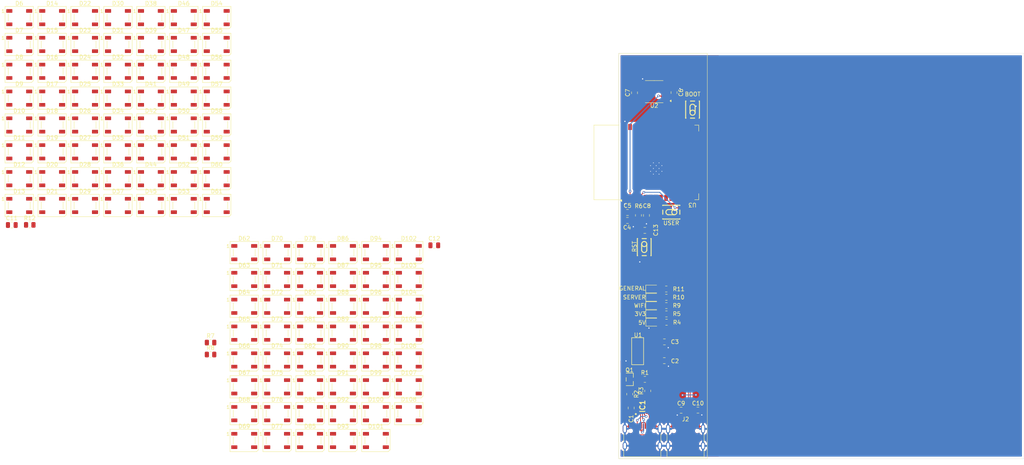
<source format=kicad_pcb>
(kicad_pcb (version 20241229) (generator "pcbnew") (generator_version "9.0")
  (layers (0 "F.Cu" signal) (2 "B.Cu" signal) (13 "F.Paste" user) (15 "B.Paste" user) (5 "F.SilkS" user "F.Silkscreen") (7 "B.SilkS" user "B.Silkscreen") (1 "F.Mask" user) (3 "B.Mask" user) (25 "Edge.Cuts" user))
  (net 0 "")
  (net 1 "Net-(IC1-VIN)")
  (net 2 "Net-(Q1-Bulk)")
  (net 3 "+5V")
  (net 4 "GND")
  (net 5 "+3V3")
  (net 6 "/Micrcontroller/USB_D-")
  (net 7 "/Micrcontroller/USB_D+")
  (net 8 "Net-(D1-A)")
  (net 9 "Net-(D2-A)")
  (net 10 "Net-(D3-A)")
  (net 11 "Net-(D4-A)")
  (net 12 "Net-(D5-A)")
  (net 13 "Net-(D6-DOUT)")
  (net 14 "Net-(D10-VSS)")
  (net 15 "Net-(D6-DIN)")
  (net 16 "Net-(D7-DOUT)")
  (net 17 "Net-(D8-DOUT)")
  (net 18 "Net-(D10-DIN)")
  (net 19 "Net-(D10-DOUT)")
  (net 20 "Net-(D11-DOUT)")
  (net 21 "Net-(D12-DOUT)")
  (net 22 "Net-(D13-DOUT)")
  (net 23 "Net-(D14-DOUT)")
  (net 24 "Net-(D15-DOUT)")
  (net 25 "Net-(D16-DOUT)")
  (net 26 "Net-(D17-DOUT)")
  (net 27 "Net-(D18-DOUT)")
  (net 28 "Net-(D19-DOUT)")
  (net 29 "Net-(D20-DOUT)")
  (net 30 "Net-(D21-DOUT)")
  (net 31 "Net-(D22-DOUT)")
  (net 32 "Net-(D23-DOUT)")
  (net 33 "Net-(D24-DOUT)")
  (net 34 "Net-(D25-DOUT)")
  (net 35 "Net-(D26-DOUT)")
  (net 36 "Net-(D27-DOUT)")
  (net 37 "Net-(D28-DOUT)")
  (net 38 "Net-(D29-DOUT)")
  (net 39 "Net-(D30-DOUT)")
  (net 40 "Net-(D31-DOUT)")
  (net 41 "Net-(D32-DOUT)")
  (net 42 "Net-(D33-DOUT)")
  (net 43 "Net-(D34-DOUT)")
  (net 44 "Net-(D35-DOUT)")
  (net 45 "Net-(D36-DOUT)")
  (net 46 "Net-(D37-DOUT)")
  (net 47 "Net-(D38-DOUT)")
  (net 48 "Net-(D39-DOUT)")
  (net 49 "Net-(D40-DOUT)")
  (net 50 "Net-(D41-DOUT)")
  (net 51 "Net-(D42-DOUT)")
  (net 52 "Net-(D43-DOUT)")
  (net 53 "Net-(D44-DOUT)")
  (net 54 "Net-(D45-DOUT)")
  (net 55 "Net-(D46-DOUT)")
  (net 56 "Net-(D47-DOUT)")
  (net 57 "Net-(D48-DOUT)")
  (net 58 "Net-(D49-DOUT)")
  (net 59 "Net-(D50-DOUT)")
  (net 60 "Net-(D51-DOUT)")
  (net 61 "Net-(D52-DOUT)")
  (net 62 "Net-(D53-DOUT)")
  (net 63 "Net-(D54-DOUT)")
  (net 64 "Net-(D55-DOUT)")
  (net 65 "Net-(D56-DOUT)")
  (net 66 "Net-(D57-DOUT)")
  (net 67 "Net-(D58-DOUT)")
  (net 68 "Net-(D59-DOUT)")
  (net 69 "Net-(D60-DOUT)")
  (net 70 "NEOPIXELS_SHIFTED_PG2")
  (net 71 "Net-(D62-DOUT)")
  (net 72 "Net-(D63-DOUT)")
  (net 73 "Net-(D64-DOUT)")
  (net 74 "Net-(D66-DOUT)")
  (net 75 "Net-(D67-DOUT)")
  (net 76 "Net-(D68-DOUT)")
  (net 77 "Net-(D69-DOUT)")
  (net 80 "Net-(D71-DOUT)")
  (net 81 "Net-(D72-DOUT)")
  (net 82 "Net-(D73-DOUT)")
  (net 83 "Net-(D74-DOUT)")
  (net 84 "Net-(D75-DOUT)")
  (net 87 "Net-(D77-DOUT)")
  (net 88 "Net-(D78-DOUT)")
  (net 89 "Net-(D79-DOUT)")
  (net 90 "Net-(D80-DOUT)")
  (net 92 "Net-(D82-DOUT)")
  (net 94 "Net-(D83-DOUT)")
  (net 95 "Net-(D84-DOUT)")
  (net 96 "Net-(D85-DOUT)")
  (net 99 "Net-(D87-DOUT)")
  (net 100 "Net-(D88-DOUT)")
  (net 101 "Net-(D89-DOUT)")
  (net 102 "Net-(D90-DOUT)")
  (net 104 "Net-(D92-DOUT)")
  (net 106 "Net-(D93-DOUT)")
  (net 107 "Net-(D94-DOUT)")
  (net 108 "Net-(D95-DOUT)")
  (net 109 "Net-(D96-DOUT)")
  (net 110 "Net-(D97-DOUT)")
  (net 111 "Net-(D98-DOUT)")
  (net 112 "Net-(D100-DIN)")
  (net 113 "Net-(D100-DOUT)")
  (net 114 "Net-(D101-DOUT)")
  (net 115 "Net-(D102-DOUT)")
  (net 116 "Net-(D103-DOUT)")
  (net 117 "Net-(D104-DOUT)")
  (net 118 "Net-(D105-DOUT)")
  (net 119 "Net-(D106-DOUT)")
  (net 120 "Net-(D107-DOUT)")
  (net 122 "Net-(IC1-ISET)")
  (net 124 "Net-(IC1-GATE)")
  (net 125 "Net-(IC1-CC1)")
  (net 126 "Net-(IC1-CC2)")
  (net 130 "Net-(J2-CC2)")
  (net 133 "Net-(J2-CC1)")
  (net 134 "Net-(Q1-G)")
  (net 135 "/Micrcontroller/WIFI_STATUS_LED")
  (net 136 "/Micrcontroller/SERVER_STATUS_LED")
  (net 137 "/Micrcontroller/GENERAL_STATUS_LED")
  (net 138 "NEOPIXELS_SHIFTED")
  (net 139 "Net-(U3-IO0)")
  (net 140 "/Micrcontroller/USER_BUTTON")
  (net 150 "/Micrcontroller/NEOPIXELS")
  (net 180 "Net-(IC1-D-)")
  (net 181 "Net-(IC1-D+)")
  (net 182 "/Micrcontroller/EN")
  (footprint "LED_SMD:LED_WS2812B_PLCC4_5.0x5.0mm_P3.2mm" (layer "F.Cu") (at -77.99 20.28)
    (property "Reference" "D31")
    (property "Value" "WS2812B")
  )
  (footprint "LED_SMD:LED_WS2812B_PLCC4_5.0x5.0mm_P3.2mm" (layer "F.Cu") (at -46.85 71.63)
    (property "Reference" "D62")
    (property "Value" "WS2812B")
  )
  (footprint "LED_SMD:LED_WS2812B_PLCC4_5.0x5.0mm_P3.2mm" (layer "F.Cu") (at -61.75 20.28)
    (property "Reference" "D47")
    (property "Value" "WS2812B")
  )
  (footprint "Resistor_SMD:R_0805_2012Metric" (layer "F.Cu") (at -55.155 93.815)
    (property "Reference" "R7")
    (property "Value" "5.1k")
  )
  (footprint "LED_SMD:LED_WS2812B_PLCC4_5.0x5.0mm_P3.2mm" (layer "F.Cu") (at -86.11 46.76)
    (property "Reference" "D27")
    (property "Value" "WS2812B")
  )
  (footprint "LED_SMD:LED_WS2812B_PLCC4_5.0x5.0mm_P3.2mm" (layer "F.Cu") (at -22.49 117.97)
    (property "Reference" "D93")
    (property "Value" "WS2812B")
  )
  (footprint "LED_SMD:LED_WS2812B_PLCC4_5.0x5.0mm_P3.2mm" (layer "F.Cu") (at -30.61 104.73)
    (property "Reference" "D83")
    (property "Value" "WS2812B")
  )
  (footprint "LED_SMD:LED_WS2812B_PLCC4_5.0x5.0mm_P3.2mm" (layer "F.Cu") (at -61.75 40.14)
    (property "Reference" "D50")
    (property "Value" "WS2812B")
  )
  (footprint "Capacitor_SMD:C_0805_2012Metric" (layer "F.Cu") (at 65.075 110.475)
    (property "Reference" "C10")
    (property "Value" "C")
  )
  (footprint "LED_SMD:LED_WS2812B_PLCC4_5.0x5.0mm_P3.2mm" (layer "F.Cu") (at -22.49 98.11)
    (property "Reference" "D90")
    (property "Value" "WS2812B")
  )
  (footprint "Resistor_SMD:R_0805_2012Metric" (layer "F.Cu") (at -55.155 96.765)
    (property "Reference" "R8")
    (property "Value" "5.1k")
  )
  (footprint "LED_SMD:LED_WS2812B_PLCC4_5.0x5.0mm_P3.2mm" (layer "F.Cu") (at -94.23 26.9)
    (property "Reference" "D16")
    (property "Value" "WS2812B")
  )
  (footprint "Connector_USB:USB_C_Receptacle_G-Switch_GT-USB-7010ASV" (layer "F.Cu") (at 51.35 118.2)
    (property "Reference" "J1" (hide yes))
    (property "Value" "USB_C_Receptacle_USB2.0_14P")
  )
  (footprint "LED_SMD:LED_WS2812B_PLCC4_5.0x5.0mm_P3.2mm" (layer "F.Cu") (at -30.61 98.11)
    (property "Reference" "D82")
    (property "Value" "WS2812B")
  )
  (footprint "Connector_USB:USB_C_Receptacle_G-Switch_GT-USB-7010ASV" (layer "F.Cu") (at 62.02 118.225)
    (property "Reference" "J2")
    (property "Value" "USB_C_Receptacle_USB2.0_14P")
  )
  (footprint "LED_SMD:LED_WS2812B_PLCC4_5.0x5.0mm_P3.2mm" (layer "F.Cu") (at -86.11 20.28)
    (property "Reference" "D23")
    (property "Value" "WS2812B")
  )
  (footprint "LED_SMD:LED_WS2812B_PLCC4_5.0x5.0mm_P3.2mm" (layer "F.Cu") (at -53.63 53.38)
    (property "Reference" "D60")
    (property "Value" "WS2812B")
  )
  (footprint "LED_SMD:LED_WS2812B_PLCC4_5.0x5.0mm_P3.2mm" (layer "F.Cu") (at -61.75 46.76)
    (property "Reference" "D51")
    (property "Value" "WS2812B")
  )
  (footprint "LED_SMD:LED_WS2812B_PLCC4_5.0x5.0mm_P3.2mm" (layer "F.Cu") (at -86.11 40.14)
    (property "Reference" "D26")
    (property "Value" "WS2812B")
  )
  (footprint "Capacitor_SMD:C_0805_2012Metric" (layer "F.Cu") (at 56.775 98.275)
    (property "Reference" "C2")
    (property "Value" "10uF" (hide yes))
  )
  (footprint "LED_SMD:LED_WS2812B_PLCC4_5.0x5.0mm_P3.2mm" (layer "F.Cu") (at -53.63 40.14)
    (property "Reference" "D58")
    (property "Value" "WS2812B")
  )
  (footprint "LED_SMD:LED_WS2812B_PLCC4_5.0x5.0mm_P3.2mm" (layer "F.Cu") (at -22.49 104.73)
    (property "Reference" "D91")
    (property "Value" "WS2812B")
  )
  (footprint "LCSC:SW-SMD_4P-L4.2-W3.3-P2.15-LS5.1" (layer "F.Cu") (at 63.745 36.35 -90)
    (property "Reference" "BOOT")
    (property "Value" "SW_Push" (hide yes))
  )
  (footprint "LED_SMD:LED_WS2812B_PLCC4_5.0x5.0mm_P3.2mm" (layer "F.Cu") (at -6.25 98.11)
    (property "Reference" "D106")
    (property "Value" "WS2812B")
  )
  (footprint "LED_SMD:LED_WS2812B_PLCC4_5.0x5.0mm_P3.2mm" (layer "F.Cu") (at -53.63 26.9)
    (property "Reference" "D56")
    (property "Value" "WS2812B")
  )
  (footprint "LED_SMD:LED_WS2812B_PLCC4_5.0x5.0mm_P3.2mm" (layer "F.Cu") (at -14.37 91.49)
    (property "Reference" "D97")
    (property "Value" "WS2812B")
  )
  (footprint "Resistor_SMD:R_0805_2012Metric" (layer "F.Cu") (at 57.2625 80.6 180)
    (property "Reference" "R11")
    (property "Value" "60" (hide yes))
  )
  (footprint "LED_SMD:LED_WS2812B_PLCC4_5.0x5.0mm_P3.2mm" (layer "F.Cu") (at -94.23 60)
    (property "Reference" "D21")
    (property "Value" "WS2812B")
  )
  (footprint "LED_SMD:LED_WS2812B_PLCC4_5.0x5.0mm_P3.2mm" (layer "F.Cu") (at -61.75 33.52)
    (property "Reference" "D49")
    (property "Value" "WS2812B")
  )
  (footprint "LED_SMD:LED_WS2812B_PLCC4_5.0x5.0mm_P3.2mm" (layer "F.Cu") (at -46.85 111.35)
    (property "Reference" "D68")
    (property "Value" "WS2812B")
  )
  (footprint "LED_SMD:LED_WS2812B_PLCC4_5.0x5.0mm_P3.2mm" (layer "F.Cu") (at -102.35 26.9)
    (property "Reference" "D8")
    (property "Value" "WS2812B")
  )
  (footprint "LED_SMD:LED_WS2812B_PLCC4_5.0x5.0mm_P3.2mm" (layer "F.Cu") (at -94.23 13.66)
    (property "Reference" "D14")
    (property "Value" "WS2812B")
  )
  (footprint "LED_SMD:LED_0805_2012Metric" (layer "F.Cu") (at 53.9 82.65)
    (property "Reference" "SERVER")
    (property "Value" "RED" (hide yes))
  )
  (footprint "Capacitor_SMD:C_0805_2012Metric" (layer "F.Cu") (at 47.7 61.725)
    (property "Reference" "C5")
    (property "Value" "0.1uF" (hide yes))
  )
  (footprint "LED_SMD:LED_WS2812B_PLCC4_5.0x5.0mm_P3.2mm" (layer "F.Cu") (at -14.37 104.73)
    (property "Reference" "D99")
    (property "Value" "WS2812B")
  )
  (footprint "Resistor_SMD:R_0805_2012Metric" (layer "F.Cu") (at 57.3 86.75 180)
    (property "Reference" "R5")
    (property "Value" "60" (hide yes))
  )
  (footprint "LED_SMD:LED_0805_2012Metric" (layer "F.Cu") (at 53.8875 80.6)
    (property "Reference" "GENERAL")
    (property "Value" "RED" (hide yes))
  )
  (footprint "LED_SMD:LED_WS2812B_PLCC4_5.0x5.0mm_P3.2mm" (layer "F.Cu") (at -46.85 91.49)
    (property "Reference" "D65")
    (property "Value" "WS2812B")
  )
  (footprint "LED_SMD:LED_WS2812B_PLCC4_5.0x5.0mm_P3.2mm" (layer "F.Cu") (at -102.35 46.76)
    (property "Reference" "D11")
    (property "Value" "WS2812B")
  )
  (footprint "LED_SMD:LED_WS2812B_PLCC4_5.0x5.0mm_P3.2mm" (layer "F.Cu") (at -69.87 33.52)
    (property "Reference" "D41")
    (property "Value" "WS2812B")
  )
  (footprint "LED_SMD:LED_WS2812B_PLCC4_5.0x5.0mm_P3.2mm" (layer "F.Cu") (at -69.87 26.9)
    (property "Reference" "D40")
    (property "Value" "WS2812B")
  )
  (footprint "LED_SMD:LED_WS2812B_PLCC4_5.0x5.0mm_P3.2mm" (layer "F.Cu") (at -38.73 71.63)
    (property "Reference" "D70")
    (property "Value" "WS2812B")
  )
  (footprint "LED_SMD:LED_WS2812B_PLCC4_5.0x5.0mm_P3.2mm" (layer "F.Cu") (at -6.25 104.73)
    (property "Reference" "D107")
    (property "Value" "WS2812B")
  )
  (footprint "LED_SMD:LED_WS2812B_PLCC4_5.0x5.0mm_P3.2mm" (layer "F.Cu") (at -22.49 91.49)
    (property "Reference" "D89")
    (property "Value" "WS2812B")
  )
  (footprint "LCSC:SOT-223-3_L6.5-W3.4-P2.30-LS7.0-BR" (layer "F.Cu") (at 50.3 95.95)
    (property "Reference" "U1")
    (property "Value" "SED5120")
  )
  (footprint "LED_SMD:LED_WS2812B_PLCC4_5.0x5.0mm_P3.2mm" (layer "F.Cu") (at -86.11 13.66)
    (property "Reference" "D22")
    (property "Value" "WS2812B")
  )
  (footprint "Package_SO:TSSOP-16_4.4x5mm_P0.65mm" (layer "F.Cu") (at 54.2875 31.925 180)
    (property "Reference" "U2")
    (property "Value" "TXB0106PW" (hide yes))
  )
  (footprint "LED_SMD:LED_WS2812B_PLCC4_5.0x5.0mm_P3.2mm" (layer "F.Cu") (at -46.85 98.11)
    (property "Reference" "D66")
    (property "Value" "WS2812B")
  )
  (footprint "LED_SMD:LED_WS2812B_PLCC4_5.0x5.0mm_P3.2mm" (layer "F.Cu") (at -53.63 46.76)
    (property "Reference" "D59")
    (property "Value" "WS2812B")
  )
  (footprint "LED_SMD:LED_WS2812B_PLCC4_5.0x5.0mm_P3.2mm" (layer "F.Cu") (at -61.75 26.9)
    (property "Reference" "D48")
    (property "Value" "WS2812B")
  )
  (footprint "LED_SMD:LED_0805_2012Metric" (layer "F.Cu") (at 53.9 86.75)
    (property "Reference" "3V3")
    (property "Value" "RED" (hide yes))
  )
  (footprint "Resistor_SMD:R_0805_2012Metric" (layer "F.Cu") (at 57.2875 82.65 180)
    (property "Reference" "R10")
    (property "Value" "60" (hide yes))
  )
  (footprint "Resistor_SMD:R_0805_2012Metric" (layer "F.Cu") (at 50.4 62.4375 90)
    (property "Reference" "R6")
    (property "Value" "10k" (hide yes))
  )
  (footprint "LED_SMD:LED_WS2812B_PLCC4_5.0x5.0mm_P3.2mm" (layer "F.Cu") (at -46.85 117.97)
    (property "Reference" "D69")
    (property "Value" "WS2812B")
  )
  (footprint "LED_SMD:LED_WS2812B_PLCC4_5.0x5.0mm_P3.2mm" (layer "F.Cu") (at -22.49 71.63)
    (property "Reference" "D86")
    (property "Value" "WS2812B")
  )
  (footprint "Resistor_SMD:R_0805_2012Metric" (layer "F.Cu") (at -99.755 64.785)
    (property "Reference" "R12")
    (property "Value" "500")
  )
  (footprint "LED_SMD:LED_WS2812B_PLCC4_5.0x5.0mm_P3.2mm" (layer "F.Cu") (at -30.61 78.25)
    (property "Reference" "D79")
    (property "Value" "WS2812B")
  )
  (footprint "LCSC:SW-SMD_4P-L4.2-W3.3-P2.15-LS5.1" (layer "F.Cu") (at 58.5 61.65)
    (property "Reference" "USER")
    (property "Value" "SW_Push" (hide yes))
  )
  (footprint "LED_SMD:LED_WS2812B_PLCC4_5.0x5.0mm_P3.2mm" (layer "F.Cu") (at -14.37 84.87)
    (property "Reference" "D96")
    (property "Value" "WS2812B")
  )
  (footprint "LED_SMD:LED_WS2812B_PLCC4_5.0x5.0mm_P3.2mm" (layer "F.Cu") (at -22.49 84.87)
    (property "Reference" "D88")
    (property "Value" "WS2812B")
  )
  (footprint "LED_SMD:LED_WS2812B_PLCC4_5.0x5.0mm_P3.2mm" (layer "F.Cu") (at -38.73 91.49)
    (property "Reference" "D73")
    (property "Value" "WS2812B")
  )
  (footprint "Capacitor_SMD:C_0805_2012Metric" (layer "F.Cu") (at 51.975 66.15)
    (property "Reference" "C13")
    (property "Value" "0.1uF" (hide yes))
  )
  (footprint "LED_SMD:LED_WS2812B_PLCC4_5.0x5.0mm_P3.2mm" (layer "F.Cu") (at -30.61 84.87)
    (property "Reference" "D80")
    (property "Value" "WS2812B")
  )
  (footprint "LED_SMD:LED_WS2812B_PLCC4_5.0x5.0mm_P3.2mm" (layer "F.Cu") (at -53.63 20.28)
    (property "Reference" "D55")
    (property "Value" "WS2812B")
  )
  (footprint "LED_SMD:LED_WS2812B_PLCC4_5.0x5.0mm_P3.2mm" (layer "F.Cu") (at -69.87 13.66)
    (property "Reference" "D38")
    (property "Value" "WS2812B")
  )
  (footprint "LED_SMD:LED_WS2812B_PLCC4_5.0x5.0mm_P3.2mm" (layer "F.Cu") (at -22.49 111.35)
    (property "Reference" "D92")
    (property "Value" "WS2812B")
  )
  (footprint "LED_SMD:LED_WS2812B_PLCC4_5.0x5.0mm_P3.2mm" (layer "F.Cu") (at -38.73 117.97)
    (property "Reference" "D77")
    (property "Value" "WS2812B")
  )
  (footprint "LED_SMD:LED_WS2812B_PLCC4_5.0x5.0mm_P3.2mm" (layer "F.Cu") (at -30.61 91.49)
    (property "Reference" "D81")
    (property "Value" "WS2812B")
  )
  (footprint "Capacitor_SMD:C_0805_2012Metric" (layer "F.Cu") (at 52.375 62.45 -90)
    (property "Reference" "C8")
    (property "Value" "1uF" (hide yes))
  )
  (footprint "LED_SMD:LED_WS2812B_PLCC4_5.0x5.0mm_P3.2mm" (layer "F.Cu") (at -14.37 117.97)
    (property "Reference" "D101")
    (property "Value" "WS2812B")
  )
  (footprint "Capacitor_SMD:C_0805_2012Metric" (layer "F.Cu") (at 47.675 63.7)
    (property "Reference" "C4")
    (property "Value" "22uF" (hide yes))
  )
  (footprint "LED_SMD:LED_WS2812B_PLCC4_5.0x5.0mm_P3.2mm" (layer "F.Cu") (at -102.35 40.14)
    (property "Reference" "D10")
    (property "Value" "WS2812B")
  )
  (footprint "LED_SMD:LED_WS2812B_PLCC4_5.0x5.0mm_P3.2mm" (layer "F.Cu") (at -14.37 71.63)
    (property "Reference" "D94")
    (property "Value" "WS2812B")
  )
  (footprint "LED_SMD:LED_WS2812B_PLCC4_5.0x5.0mm_P3.2mm" (layer "F.Cu") (at -69.87 46.76)
    (property "Reference" "D43")
    (property "Value" "WS2812B")
  )
  (footprint "LED_SMD:LED_WS2812B_PLCC4_5.0x5.0mm_P3.2mm" (layer "F.Cu") (at -38.73 84.87)
    (property "Reference" "D72")
    (property "Value" "WS2812B")
  )
  (footprint "LED_SMD:LED_WS2812B_PLCC4_5.0x5.0mm_P3.2mm" (layer "F.Cu") (at -14.37 78.25)
    (property "Reference" "D95")
    (property "Value" "WS2812B")
  )
  (footprint "LED_SMD:LED_WS2812B_PLCC4_5.0x5.0mm_P3.2mm" (layer "F.Cu") (at -14.37 111.35)
    (property "Reference" "D100")
    (property "Value" "WS2812B")
  )
  (footprint "LED_SMD:LED_WS2812B_PLCC4_5.0x5.0mm_P3.2mm" (layer "F.Cu") (at -69.87 40.14)
    (property "Reference" "D42")
    (property "Value" "WS2812B")
  )
  (footprint "Resistor_SMD:R_0805_2012Metric" (layer "F.Cu") (at 48.25 106.5375 -90)
    (property "Reference" "R2")
    (property "Value" "5.1k" (hide yes))
  )
  (footprint "LED_SMD:LED_WS2812B_PLCC4_5.0x5.0mm_P3.2mm" (layer "F.Cu") (at -38.73 111.35)
    (property "Reference" "D76")
    (property "Value" "WS2812B")
  )
  (footprint "LED_SMD:LED_WS2812B_PLCC4_5.0x5.0mm_P3.2mm" (layer "F.Cu") (at -77.99 26.9)
    (property "Reference" "D32")
    (property "Value" "WS2812B")
  )
  (footprint "LED_SMD:LED_WS2812B_PLCC4_5.0x5.0mm_P3.2mm" (layer "F.Cu") (at -102.35 53.38)
    (property "Reference" "D12")
    (property "Value" "WS2812B")
  )
  (footprint "LED_SMD:LED_WS2812B_PLCC4_5.0x5.0mm_P3.2mm" (layer "F.Cu") (at -69.87 53.38)
    (property "Reference" "D44")
    (property "Value" "WS2812B")
  )
  (footprint "LED_SMD:LED_WS2812B_PLCC4_5.0x5.0mm_P3.2mm" (layer "F.Cu") (at -94.23 20.28)
    (property "Reference" "D15")
    (property "Value" "WS2812B")
  )
  (footprint "LED_SMD:LED_WS2812B_PLCC4_5.0x5.0mm_P3.2mm" (layer "F.Cu") (at -46.85 104.73)
    (property "Reference" "D67")
    (property "Value" "WS2812B")
  )
  (footprint "LED_SMD:LED_WS2812B_PLCC4_5.0x5.0mm_P3.2mm" (layer "F.Cu") (at -46.85 78.25)
    (property "Reference" "D63")
    (property "Value" "WS2812B")
  )
  (footprint "Capacitor_SMD:C_0805_2012Metric" (layer "F.Cu") (at -104.185 64.815)
    (property "Reference" "C11")
    (property "Value" "1000uF")
  )
  (footprint "LED_SMD:LED_WS2812B_PLCC4_5.0x5.0mm_P3.2mm" (layer "F.Cu") (at -53.63 33.52)
    (property "Reference" "D57")
    (property "Value" "WS2812B")
  )
  (footprint "LCSC:SW-SMD_4P-L4.2-W3.3-P2.15-LS5.1" (layer "F.Cu") (at 51.825 70.275 90)
    (property "Reference" "RST")
    (property "Value" "SW_Push" (hide yes))
  )
  (footprint "Capacitor_SMD:C_0805_2012Metric" (layer "F.Cu") (at 59.175 32.15 90)
    (property "Reference" "C6")
    (property "Value" "0.1uF" (hide yes))
  )
  (footprint "LED_SMD:LED_WS2812B_PLCC4_5.0x5.0mm_P3.2mm" (layer "F.Cu") (at -77.99 40.14)
    (property "Reference" "D34")
    (property "Value" "WS2812B")
  )
  (footprint "LED_SMD:LED_WS2812B_PLCC4_5.0x5.0mm_P3.2mm" (layer "F.Cu") (at -102.35 13.66)
    (property "Reference" "D6")
    (property "Value" "WS2812B")
  )
  (footprint "LED_SMD:LED_WS2812B_PLCC4_5.0x5.0mm_P3.2mm" (layer "F.Cu") (at -94.23 53.38)
    (property "Reference" "D20")
    (property "Value" "WS2812B")
  )
  (footprint "LED_SMD:LED_WS2812B_PLCC4_5.0x5.0mm_P3.2mm" (layer "F.Cu") (at -86.11 33.52)
    (property "Reference" "D25")
    (property "Value" "WS2812B")
  )
  (footprint "LED_SMD:LED_WS2812B_PLCC4_5.0x5.0mm_P3.2mm" (layer "F.Cu") (at -61.75 53.38)
    (property "Reference" "D52")
    (property "Value" "WS2812B")
  )
  (footprint "Resistor_SMD:R_0805_2012Metric" (layer "F.Cu") (at 52.7 105.7375 90)
    (property "Reference" "R3")
    (property "Value" "22.6k" (hide yes))
  )
  (footprint "LED_SMD:LED_WS2812B_PLCC4_5.0x5.0mm_P3.2mm" (layer "F.Cu") (at -102.35 20.28)
    (property "Reference" "D7")
    (property "Value" "WS2812B")
  )
  (footprint "LED_SMD:LED_WS2812B_PLCC4_5.0x5.0mm_P3.2mm" (layer "F.Cu") (at -77.99 13.66)
    (property "Reference" "D30")
    (property "Value" "WS2812B")
  )
  (footprint "Resistor_SMD:R_0805_2012Metric" (layer "F.Cu") (at 57.325 88.8 180)
    (property "Reference" "R4")
    (property "Value" "145" (hide yes))
  )
  (footprint "LED_SMD:LED_0805_2012Metric" (layer "F.Cu") (at 53.925 88.8)
    (property "Reference" "5V")
    (property "Value" "RED" (hide yes))
  )
  (footprint "LED_SMD:LED_WS2812B_PLCC4_5.0x5.0mm_P3.2mm" (layer "F.Cu") (at -61.75 60)
    (property "Reference" "D53")
    (property "Value" "WS2812B")
  )
  (footprint "LED_SMD:LED_WS2812B_PLCC4_5.0x5.0mm_P3.2mm" (layer "F.Cu") (at -61.75 13.66)
    (property "Reference" "D46")
    (property "Value" "WS2812B")
  )
  (footprint "LED_SMD:LED_WS2812B_PLCC4_5.0x5.0mm_P3.2mm" (layer "F.Cu") (at -77.99 33.52)
    (property "Reference" "D33")
    (property "Value" "WS2812B")
  )
  (footprint "LED_SMD:LED_WS2812B_PLCC4_5.0x5.0mm_P3.2mm" (layer "F.Cu") (at -14.37 98.11)
    (property "Reference" "D98")
    (property "Value" "WS2812B")
  )
  (footprint "LED_SMD:LED_WS2812B_PLCC4_5.0x5.0mm_P3.2mm" (layer "F.Cu") (at -22.49 78.25)
    (property "Reference" "D87")
    (property "Value" "WS2812B")
  )
  (footprint "Capacitor_SMD:C_0805_2012Metric" (layer "F.Cu") (at 56.8 93.65)
    (property "Reference" "C3")
    (property "Value" "10uF" (hide yes))
  )
  (footprint "Resistor_SMD:R_0805_2012Metric" (layer "F.Cu") (at 51.9875 102.9)
    (property "Reference" "R1")
    (property "Value" "R" (hide yes))
  )
  (footprint "LED_SMD:LED_WS2812B_PLCC4_5.0x5.0mm_P3.2mm" (layer "F.Cu") (at -6.25 71.63)
    (property "Reference" "D102")
    (property "Value" "WS2812B")
  )
  (footprint "LED_SMD:LED_WS2812B_PLCC4_5.0x5.0mm_P3.2mm" (layer "F.Cu") (at -102.35 60)
    (property "Reference" "D13")
    (property "Value" "WS2812B")
  )
  (footprint "LED_SMD:LED_WS2812B_PLCC4_5.0x5.0mm_P3.2mm" (layer "F.Cu") (at -94.23 46.76)
    (property "Reference" "D19")
    (property "Value" "WS2812B")
  )
  (footprint "LED_SMD:LED_WS2812B_PLCC4_5.0x5.0mm_P3.2mm" (layer "F.Cu") (at -94.23 33.52)
    (property "Reference" "D17")
    (property "Value" "WS2812B")
  )
  (footprint "LED_SMD:LED_0805_2012Metric" (layer "F.Cu") (at 53.9 84.7)
    (property "Reference" "WIFI")
    (property "Value" "RED" (hide yes))
  )
  (footprint "LED_SMD:LED_WS2812B_PLCC4_5.0x5.0mm_P3.2mm" (layer "F.Cu") (at -38.73 98.11)
    (property "Reference" "D74")
    (property "Value" "WS2812B")
  )
  (footprint "LED_SMD:LED_WS2812B_PLCC4_5.0x5.0mm_P3.2mm" (layer "F.Cu") (at -6.25 84.87)
    (property "Reference" "D104")
    (property "Value" "WS2812B")
  )
  (footprint "Capacitor_SMD:C_0805_2012Metric" (layer "F.Cu") (at 0.035 69.825)
    (property "Reference" "C12")
    (property "Value" "1000uF")
  )
  (footprint "Capacitor_SMD:C_0805_2012Metric" (layer "F.Cu") (at 49.425 32.2 90)
    (property "Reference" "C7")
    (property "Value" "0.1uF" (hide yes))
  )
  (footprint "RF_Module:ESP32-S3-WROOM-1" (layer "F.Cu") (at 52.32 49.375 90)
    (property "Reference" "U3")
    (property "Value" "ESP32-S3-WROOM-1")
  )
  (footprint "LED_SMD:LED_WS2812B_PLCC4_5.0x5.0mm_P3.2mm" (layer "F.Cu") (at -77.99 53.38)
    (property "Reference" "D36")
    (property "Value" "WS2812B")
  )
  (footprint "LED_SMD:LED_WS2812B_PLCC4_5.0x5.0mm_P3.2mm" (layer "F.Cu") (at -6.25 111.35)
    (property "Reference" "D108")
    (property "Value" "WS2812B")
  )
  (footprint "HUSB238:SON50P300X300X80-11N-D" (layer "F.Cu") (at 51.4 109.55 90)
    (property "Reference" "IC1")
    (property "Value" "HUSB238" (hide yes))
  )
  (footprint "LED_SMD:LED_WS2812B_PLCC4_5.0x5.0mm_P3.2mm" (layer "F.Cu") (at -6.25 78.25)
    (property "Reference" "D103")
    (property "Value" "WS2812B")
  )
  (footprint "LED_SMD:LED_WS2812B_PLCC4_5.0x5.0mm_P3.2mm" (layer "F.Cu") (at -102.35 33.52)
    (property "Reference" "D9")
    (property "Value" "WS2812B")
  )
  (footprint "LED_SMD:LED_WS2812B_PLCC4_5.0x5.0mm_P3.2mm" (layer "F.Cu") (at -77.99 46.76)
    (property "Reference" "D35")
    (property "Value" "WS2812B")
  )
  (footprint "LED_SMD:LED_WS2812B_PLCC4_5.0x5.0mm_P3.2mm" (layer "F.Cu") (at -46.85 84.87)
    (property "Reference" "D64")
    (property "Value" "WS2812B")
  )
  (footprint "Capacitor_SMD:C_0805_2012Metric" (layer "F.Cu") (at 48.6 109.95 90)
    (property "Reference" "C1")
    (property "Value" "1uF" (hide yes))
  )
  (footprint "Capacitor_SMD:C_0805_2012Metric" (layer "F.Cu") (at 60.925 110.5)
    (property "Reference" "C9")
    (property "Value" "C" (hide yes))
  )
  (footprint "LED_SMD:LED_WS2812B_PLCC4_5.0x5.0mm_P3.2mm" (layer "F.Cu") (at -77.99 60)
    (property "Reference" "D37")
    (property "Value" "WS2812B")
  )
  (footprint "LED_SMD:LED_WS2812B_PLCC4_5.0x5.0mm_P3.2mm" (layer "F.Cu") (at -69.87 20.28)
    (property "Reference" "D39")
    (property "Value" "WS2812B")
  )
  (footprint "LED_SMD:LED_WS2812B_PLCC4_5.0x5.0mm_P3.2mm" (layer "F.Cu") (at -38.73 104.73)
    (property "Reference" "D75")
    (property "Value" "WS2812B")
  )
  (footprint "LED_SMD:LED_WS2812B_PLCC4_5.0x5.0mm_P3.2mm" (layer "F.Cu") (at -94.23 40.14)
    (property "Reference" "D18")
    (property "Value" "WS2812B")
  )
  (footprint "LED_SMD:LED_WS2812B_PLCC4_5.0x5.0mm_P3.2mm" (layer "F.Cu") (at -38.73 78.25)
    (property "Reference" "D71")
    (property "Value" "WS2812B")
  )
  (footprint "LED_SMD:LED_WS2812B_PLCC4_5.0x5.0mm_P3.2mm" (layer "F.Cu") (at -86.11 26.9)
    (property "Reference" "D24")
    (property "Value" "WS2812B")
  )
  (footprint "LED_SMD:LED_WS2812B_PLCC4_5.0x5.0mm_P3.2mm" (layer "F.Cu") (at -53.63 60)
    (property "Reference" "D61")
    (property "Value" "WS2812B")
  )
  (footprint "LED_SMD:LED_WS2812B_PLCC4_5.0x5.0mm_P3.2mm" (layer "F.Cu") (at -6.25 91.49)
    (property "Reference" "D105")
    (property "Value" "WS2812B")
  )
  (footprint "LED_SMD:LED_WS2812B_PLCC4_5.0x5.0mm_P3.2mm" (layer "F.Cu") (at -30.61 117.97)
    (property "Reference" "D85")
    (property "Value" "WS2812B")
  )
  (footprint "LED_SMD:LED_WS2812B_PLCC4_5.0x5.0mm_P3.2mm" (layer "F.Cu") (at -69.87 60)
    (property "Reference" "D45")
    (property "Value" "WS2812B")
  )
  (footprint "LED_SMD:LED_WS2812B_PLCC4_5.0x5.0mm_P3.2mm" (layer "F.Cu") (at -53.63 13.66)
    (property "Reference" "D54")
    (property "Value" "WS2812B")
  )
  (footprint "LED_SMD:LED_WS2812B_PLCC4_5.0x5.0mm_P3.2mm" (layer "F.Cu") (at -86.11 60)
    (property "Reference" "D29")
    (property "Value" "WS2812B")
  )
  (footprint "LED_SMD:LED_WS2812B_PLCC4_5.0x5.0mm_P3.2mm" (layer "F.Cu") (at -30.61 111.35)
    (property "Reference" "D84")
    (property "Value" "WS2812B")
  )
  (footprint "LED_SMD:LED_WS2812B_PLCC4_5.0x5.0mm_P3.2mm" (layer "F.Cu") (at -86.11 53.38)
    (property "Reference" "D28")
    (property "Value" "WS2812B")
  )
  (footprint "LCSC:SOT-23-3_L2.9-W1.6-P1.90-LS2.8-BR" (layer "F.Cu") (at 48.25 102.9 180)
    (property "Reference" "Q1")
    (property "Value" "IRLML6402TRPBF" (hide yes))
  )
  (footprint "LED_SMD:LED_WS2812B_PLCC4_5.0x5.0mm_P3.2mm" (layer "F.Cu") (at -30.61 71.63)
    (property "Reference" "D78")
    (property "Value" "WS2812B")
  )
  (footprint "Resistor_SMD:R_0805_2012Metric" (layer "F.Cu") (at 57.2875 84.7 180)
    (property "Reference" "R9")
    (property "Value" "60" (hide yes))
  )
  (gr_rect (start 45.55 22.5) (end 67.4 122.45) (stroke (width 0.1)) (fill no) (layer "F.SilkS"))
  (gr_rect (start 45.5 22.45) (end 145.5 122.45) (stroke (width 0.05)) (fill no) (layer "Edge.Cuts"))
  (segment (start 49.849 110.249) (end 48.6 109) (width 0.2) (layer "F.Cu") (net 1))
  (segment (start 50.05 111.05) (end 49.849 110.849) (width 0.2) (layer "F.Cu") (net 1))
  (segment (start 50.4 111.05) (end 50.05 111.05) (width 0.2) (layer "F.Cu") (net 1))
  (segment (start 49.849 110.849) (end 49.849 110.249) (width 0.2) (layer "F.Cu") (net 1))
  (segment (start 51.075 102.9) (end 49.49 102.9) (width 0.2) (layer "F.Cu") (net 2))
  (segment (start 48.95 111.25) (end 48.95 114.475) (width 0.2) (layer "F.Cu") (net 2))
  (segment (start 49.49 102.9) (end 46.523 102.9) (width 0.2) (layer "F.Cu") (net 2))
  (segment (start 49.149 115.396) (end 50.304 116.551) (width 0.2) (layer "F.Cu") (net 2))
  (segment (start 53.6 114.625) (end 53.75 114.475) (width 0.2) (layer "F.Cu") (net 2))
  (segment (start 49.149 114.674) (end 49.149 115.396) (width 0.2) (layer "F.Cu") (net 2))
  (segment (start 50.304 116.551) (end 52.327992 116.551) (width 0.2) (layer "F.Cu") (net 2))
  (segment (start 46.523 102.9) (end 46.174 103.249) (width 0.2) (layer "F.Cu") (net 2))
  (segment (start 53.75 115.128992) (end 53.75 114.475) (width 0.2) (layer "F.Cu") (net 2))
  (segment (start 48.95 114.475) (end 49.149 114.674) (width 0.2) (layer "F.Cu") (net 2))
  (segment (start 46.174 103.249) (end 46.174 108.474) (width 0.2) (layer "F.Cu") (net 2))
  (segment (start 48.6 110.9) (end 48.95 111.25) (width 0.2) (layer "F.Cu") (net 2))
  (segment (start 46.174 108.474) (end 48.6 110.9) (width 0.2) (layer "F.Cu") (net 2))
  (segment (start 52.327992 116.551) (end 53.75 115.128992) (width 0.2) (layer "F.Cu") (net 2))
  (segment (start 49.57 101.95) (end 53.27 98.25) (width 0.2) (layer "F.Cu") (net 3))
  (segment (start 47.01 101.95) (end 49.57 101.95) (width 0.2) (layer "F.Cu") (net 3))
  (segment (start 55.825 98.275) (end 53.295 98.275) (width 0.2) (layer "F.Cu") (net 3))
  (segment (start 49.825 33.55) (end 51.425 33.55) (width 0.2) (layer "F.Cu") (net 3))
  (segment (start 53.295 98.275) (end 53.27 98.25) (width 0.2) (layer "F.Cu") (net 3))
  (segment (start 49.425 33.15) (end 49.825 33.55) (width 0.2) (layer "F.Cu") (net 3))
  (via (at 64.575 106.725) (size 0.6) (drill 0.3) (layers "F.Cu" "B.Cu") (net 3))
  (via (at 61.275 106.775) (size 0.6) (drill 0.3) (layers "F.Cu" "B.Cu") (net 3))
  (segment (start 64.575 106.725) (end 61.325 106.725) (width 0.2) (layer "B.Cu") (net 3))
  (segment (start 61.325 106.725) (end 61.275 106.775) (width 0.2) (layer "B.Cu") (net 3))
  (segment (start 64.6125 35.5125) (end 64.825 35.3) (width 0.2) (layer "F.Cu") (net 4))
  (segment (start 50.525 29.65) (end 51.425 29.65) (width 0.2) (layer "F.Cu") (net 4))
  (segment (start 52.375 64.525) (end 52.35 64.55) (width 0.2) (layer "F.Cu") (net 4))
  (segment (start 47.33 98.35) (end 47.33 98.48) (width 0.2) (layer "F.Cu") (net 4))
  (segment (start 59.975 110.5) (end 59.975 111.7) (width 0.2) (layer "F.Cu") (net 4))
  (segment (start 51.425 29.65) (end 51.425 28.775) (width 0.2) (layer "F.Cu") (net 4))
  (segment (start 48.65 61.725) (end 48.65 64.75) (width 0.2) (layer "F.Cu") (net 4))
  (segment (start 51.025 66.15) (end 52.375 64.8) (width 0.2) (layer "F.Cu") (net 4))
  (segment (start 49.425 30.75) (end 50.525 29.65) (width 0.2) (layer "F.Cu") (net 4))
  (segment (start 50.745 72.525) (end 50.745 73.905) (width 0.2) (layer "F.Cu") (net 4))
  (segment (start 47.63 114.475) (end 47.03 115.075) (width 0.2) (layer "F.Cu") (net 4))
  (segment (start 58.82 114.5) (end 58.3 114.5) (width 0.2) (layer "F.Cu") (net 4))
  (segment (start 66.025 110.475) (end 66.025 111.675) (width 0.2) (layer "F.Cu") (net 4))
  (segment (start 48.65 64.75) (end 49.1375 65.2375) (width 0.2) (layer "F.Cu") (net 4))
  (segment (start 52.9875 88.8) (end 52.9875 90.2375) (width 0.2) (layer "F.Cu") (net 4))
  (segment (start 47.33 98.48) (end 47.35 98.5) (width 0.2) (layer "F.Cu") (net 4))
  (segment (start 52.375 63.4) (end 52.375 64.525) (width 0.2) (layer "F.Cu") (net 4))
  (segment (start 47.025 58.16) (end 47.06 58.125) (width 0.2) (layer "F.Cu") (net 4))
  (segment (start 64.825 35.3) (end 64.825 34.1) (width 0.2) (layer "F.Cu") (net 4))
  (segment (start 51.425 28.775) (end 51.425 28.7) (width 0.2) (layer "F.Cu") (net 4))
  (segment (start 55.07 114.475) (end 55.67 115.075) (width 0.2) (layer "F.Cu") (net 4))
  (segment (start 52.9625 88.775) (end 52.9875 88.8) (width 0.2) (layer "F.Cu") (net 4))
  (segment (start 59.175 31.2) (end 60.6 31.2) (width 0.2) (layer "F.Cu") (net 4))
  (segment (start 50.745 73.905) (end 50.725 73.925) (width 0.2) (layer "F.Cu") (net 4))
  (segment (start 58.3 114.5) (end 57.7 115.1) (width 0.2) (layer "F.Cu") (net 4))
  (segment (start 47.33 95.95) (end 47.33 98.35) (width 0.2) (layer "F.Cu") (net 4))
  (segment (start 52.9625 86.75) (end 52.9625 88.775) (width 0.2) (layer "F.Cu") (net 4))
  (segment (start 60.6 31.2) (end 60.625 31.175) (width 0.2) (layer "F.Cu") (net 4))
  (segment (start 57.75 95.075) (end 57.75 93.65) (width 0.2) (layer "F.Cu") (net 4))
  (segment (start 57.8 98.35) (end 57.725 98.275) (width 0.2) (layer "F.Cu") (net 4))
  (segment (start 52.95 80.6) (end 52.95 88.7625) (width 0.2) (layer "F.Cu") (net 4))
  (segment (start 65.22 114.5) (end 65.74 114.5) (width 0.2) (layer "F.Cu") (net 4))
  (segment (start 49.1375 65.2375) (end 49.15 65.25) (width 0.2) (layer "F.Cu") (net 4))
  (segment (start 54.55 114.475) (end 55.07 114.475) (width 0.2) (layer "F.Cu") (net 4))
  (segment (start 65.74 114.5) (end 66.34 115.1) (width 0.2) (layer "F.Cu") (net 4))
  (segment (start 48.15 114.475) (end 47.63 114.475) (width 0.2) (layer "F.Cu") (net 4))
  (segment (start 53.27 95.95) (end 47.33 95.95) (width 0.2) (layer "F.Cu") (net 4))
  (segment (start 57.8 99.65) (end 57.8 98.35) (width 0.2) (layer "F.Cu") (net 4))
  (segment (start 47.025 59.625) (end 47.025 58.16) (width 0.2) (layer "F.Cu") (net 4))
  (segment (start 52.375 64.8) (end 52.375 64.525) (width 0.2) (layer "F.Cu") (net 4))
  (segment (start 51.4 108.05) (end 51.4 109.55) (width 0.2) (layer "F.Cu") (net 4))
  (segment (start 49.425 31.25) (end 49.425 30.75) (width 0.2) (layer "F.Cu") (net 4))
  (segment (start 47.06 40.625) (end 47.06 39.25) (width 0.2) (layer "F.Cu") (net 4))
  (segment (start 52.95 88.7625) (end 52.9875 88.8) (width 0.2) (layer "F.Cu") (net 4))
  (via (at 60.625 31.175) (size 0.6) (drill 0.3) (layers "F.Cu" "B.Cu") (net 4))
  (via (at 47.06 39.25) (size 0.6) (drill 0.3) (layers "F.Cu" "B.Cu") (net 4))
  (via (at 57.75 95.075) (size 0.6) (drill 0.3) (layers "F.Cu" "B.Cu") (net 4))
  (via (at 51.425 28.775) (size 0.6) (drill 0.3) (layers "F.Cu" "B.Cu") (net 4))
  (via (at 50.725 73.925) (size 0.6) (drill 0.3) (layers "F.Cu" "B.Cu") (net 4))
  (via (at 49.1375 65.2375) (size 0.6) (drill 0.3) (layers "F.Cu" "B.Cu") (net 4))
  (via (at 52.9875 90.2375) (size 0.6) (drill 0.3) (layers "F.Cu" "B.Cu") (net 4))
  (via (at 57.8 99.65) (size 0.6) (drill 0.3) (layers "F.Cu" "B.Cu") (net 4))
  (via (at 66.025 111.675) (size 0.6) (drill 0.3) (layers "F.Cu" "B.Cu") (net 4))
  (via (at 47.33 98.35) (size 0.6) (drill 0.3) (layers "F.Cu" "B.Cu") (net 4))
  (via (at 52.375 64.525) (size 0.6) (drill 0.3) (layers "F.Cu" "B.Cu") (net 4))
  (via (at 47.025 59.625) (size 0.6) (drill 0.3) (layers "F.Cu" "B.Cu") (net 4))
  (via (at 59.975 111.7) (size 0.6) (drill 0.3) (layers "F.Cu" "B.Cu") (net 4))
  (via (at 64.6125 35.5125) (size 0.6) (drill 0.3) (layers "F.Cu" "B.Cu") (net 4))
  (segment (start 46.725 63.7) (end 46.725 61.75) (width 0.2) (layer "F.Cu") (net 5))
  (segment (start 53.27 93.65) (end 57.424 89.496) (width 0.2) (layer "F.Cu") (net 5))
  (segment (start 57.424 89.496) (end 57.424 87.5385) (width 0.2) (layer "F.Cu") (net 5))
  (segment (start 58.725 33.55) (end 59.175 33.1) (width 0.2) (layer "F.Cu") (net 5))
  (segment (start 48.675 65.85) (end 48.675 89.055) (width 0.2) (layer "F.Cu") (net 5))
  (segment (start 46.725 63.7) (end 46.725 64.75) (width 0.2) (layer "F.Cu") (net 5))
  (segment (start 48.675 89.055) (end 53.27 93.65) (width 0.2) (layer "F.Cu") (net 5))
  (segment (start 46.725 64.75) (end 47.825 65.85) (width 0.2) (layer "F.Cu") (net 5))
  (segment (start 48.675 65.85) (end 49.374943 65.85) (width 0.2) (layer "F.Cu") (net 5))
  (segment (start 56.412501 33.55) (end 56.1115 33.248999) (width 0.2) (layer "F.Cu") (net 5))
  (segment (start 48.33 56.32) (end 48.35 56.3) (width 0.2) (layer "F.Cu") (net 5))
  (segment (start 48.33 56.475) (end 48.33 56.32) (width 0.2) (layer "F.Cu") (net 5))
  (segment (start 56.49263 29.65) (end 57.15 29.65) (width 0.2) (layer "F.Cu") (net 5))
  (segment (start 49.374943 65.85) (end 50.4 64.824943) (width 0.2) (layer "F.Cu") (net 5))
  (segment (start 50.4 64.824943) (end 50.4 63.35) (width 0.2) (layer "F.Cu") (net 5))
  (segment (start 57.15 33.55) (end 58.725 33.55) (width 0.2) (layer "F.Cu") (net 5))
  (segment (start 56.1115 30.03113) (end 56.49263 29.65) (width 0.2) (layer "F.Cu") (net 5))
  (segment (start 48.33 60.145) (end 48.33 58.125) (width 0.2) (layer "F.Cu") (net 5))
  (segment (start 57.15 33.55) (end 56.412501 33.55) (width 0.2) (layer "F.Cu") (net 5))
  (segment (start 46.725 61.75) (end 46.75 61.725) (width 0.2) (layer "F.Cu") (net 5))
  (segment (start 53.27 93.65) (end 55.85 93.65) (width 0.2) (layer "F.Cu") (net 5))
  (segment (start 55.3375 32.9625) (end 55.825001 32.9625) (width 0.2) (layer "F.Cu") (net 5))
  (segment (start 57.424 87.5385) (end 58.2125 86.75) (width 0.2) (layer "F.Cu") (net 5))
  (segment (start 55.825001 32.9625) (end 56.1115 33.248999) (width 0.2) (layer "F.Cu") (net 5))
  (segment (start 47.825 65.85) (end 48.675 65.85) (width 0.2) (layer "F.Cu") (net 5))
  (segment (start 56.1115 33.248999) (end 56.1115 30.03113) (width 0.2) (layer "F.Cu") (net 5))
  (segment (start 48.33 58.125) (end 48.33 56.475) (width 0.2) (layer "F.Cu") (net 5))
  (segment (start 46.75 61.725) (end 48.33 60.145) (width 0.2) (layer "F.Cu") (net 5))
  (via (at 55.3375 32.9625) (size 0.6) (drill 0.3) (layers "F.Cu" "B.Cu") (net 5))
  (via (at 48.33 56.475) (size 0.6) (drill 0.3) (layers "F.Cu" "B.Cu") (net 5))
  (segment (start 48.33 56.475) (end 48.33 39.97) (width 0.2) (layer "B.Cu") (net 5))
  (segment (start 48.33 39.97) (end 55.3375 32.9625) (width 0.2) (layer "B.Cu") (net 5))
  (segment (start 55.3375 32.9625) (end 55.35 32.95) (width 0.2) (layer "B.Cu") (net 5))
  (segment (start 62.3 58.125) (end 62.3 59.250001) (width 0.2) (layer "F.Cu") (net 6))
  (segment (start 61.27 114.5) (end 61.27 115.372) (width 0.2) (layer "F.Cu") (net 6))
  (segment (start 62.71 112.115) (end 61.27 113.555) (width 0.2) (layer "F.Cu") (net 6))
  (segment (start 61.319 115.421) (end 62.221 115.421) (width 0.2) (layer "F.Cu") (net 6))
  (segment (start 62.71 110.5) (end 62.71 112.115) (width 0.2) (layer "F.Cu") (net 6))
  (segment (start 62.27 115.372) (end 62.27 114.5) (width 0.2) (layer "F.Cu") (net 6))
  (segment (start 61.27 113.555) (end 61.27 114.5) (width 0.2) (layer "F.Cu") (net 6))
  (segment (start 62.3 59.250001) (end 62.71 59.660001) (width 0.2) (layer "F.Cu") (net 6))
  (segment (start 62.71 110.5) (end 61.875 110.5) (width 0.2) (layer "F.Cu") (net 6))
  (segment (start 62.71 59.660001) (end 62.71 110.5) (width 0.2) (layer "F.Cu") (net 6))
  (segment (start 62.221 115.421) (end 62.27 115.372) (width 0.2) (layer "F.Cu") (net 6))
  (segment (start 61.27 115.372) (end 61.319 115.421) (width 0.2) (layer "F.Cu") (net 6))
  (segment (start 63.57 58.125) (end 63.57 59.250001) (width 0.2) (layer "F.Cu") (net 7))
  (segment (start 61.819 113.579) (end 62.721 113.579) (width 0.2) (layer "F.Cu") (net 7))
  (segment (start 63.16 59.660001) (end 63.16 110.5) (width 0.2) (layer "F.Cu") (net 7))
  (segment (start 63.185 110.475) (end 63.16 110.5) (width 0.2) (layer "F.Cu") (net 7))
  (segment (start 61.77 114.5) (end 61.77 113.628) (width 0.2) (layer "F.Cu") (net 7))
  (segment (start 62.721 113.579) (end 62.77 113.628) (width 0.2) (layer "F.Cu") (net 7))
  (segment (start 61.77 113.628) (end 61.819 113.579) (width 0.2) (layer "F.Cu") (net 7))
  (segment (start 63.16 113.238) (end 62.77 113.628) (width 0.2) (layer "F.Cu") (net 7))
  (segment (start 64.125 110.475) (end 63.185 110.475) (width 0.2) (layer "F.Cu") (net 7))
  (segment (start 63.16 110.5) (end 63.16 113.238) (width 0.2) (layer "F.Cu") (net 7))
  (segment (start 62.77 113.628) (end 62.77 114.5) (width 0.2) (layer "F.Cu") (net 7))
  (segment (start 63.57 59.250001) (end 63.16 59.660001) (width 0.2) (layer "F.Cu") (net 7))
  (segment (start 54.8625 88.8) (end 56.4125 88.8) (width 0.2) (layer "F.Cu") (net 8))
  (segment (start 54.8375 86.75) (end 56.3875 86.75) (width 0.2) (layer "F.Cu") (net 9))
  (segment (start 56.375 84.7) (end 54.8375 84.7) (width 0.2) (layer "F.Cu") (net 10))
  (segment (start 56.375 82.65) (end 54.8375 82.65) (width 0.2) (layer "F.Cu") (net 11))
  (segment (start 54.825 80.6) (end 56.35 80.6) (width 0.2) (layer "F.Cu") (net 12))
  (segment (start 50.9 107.398) (end 50.9 108.05) (width 0.2) (layer "F.Cu") (net 122))
  (segment (start 52.7 106.65) (end 51.648 106.65) (width 0.2) (layer "F.Cu") (net 122))
  (segment (start 51.648 106.65) (end 50.9 107.398) (width 0.2) (layer "F.Cu") (net 122))
  (segment (start 50.4 108.05) (end 48.85 108.05) (width 0.2) (layer "F.Cu") (net 124))
  (segment (start 48.85 108.05) (end 48.25 107.45) (width 0.2) (layer "F.Cu") (net 124))
  (segment (start 51.9 111.65) (end 51.9 111.05) (width 0.2) (layer "F.Cu") (net 125))
  (segment (start 52.3 112.05) (end 51.9 111.65) (width 0.2) (layer "F.Cu") (net 125))
  (segment (start 50.1 114.475) (end 50.1 113) (width 0.2) (layer "F.Cu") (net 125))
  (via (at 50.1 113) (size 0.6) (drill 0.3) (layers "F.Cu" "B.Cu") (net 125))
  (via (at 52.3 112.05) (size 0.6) (drill 0.3) (layers "F.Cu" "B.Cu") (net 125))
  (segment (start 52 112.05) (end 52.3 112.05) (width 0.2) (layer "B.Cu") (net 125))
  (segment (start 50.1 113) (end 51.05 112.05) (width 0.2) (layer "B.Cu") (net 125))
  (segment (start 52.3 112.05) (end 52.4 112.05) (width 0.2) (layer "B.Cu") (net 125))
  (segment (start 51.05 112.05) (end 52 112.05) (width 0.2) (layer "B.Cu") (net 125))
  (segment (start 53.051 114.426) (end 53.051 111.701) (width 0.2) (layer "F.Cu") (net 126))
  (segment (start 53.1 114.475) (end 53.051 114.426) (width 0.2) (layer "F.Cu") (net 126))
  (segment (start 53.051 111.701) (end 52.4 111.05) (width 0.2) (layer "F.Cu") (net 126))
  (segment (start 48.25 105.625) (end 48.25 105.09) (width 0.2) (layer "F.Cu") (net 134))
  (segment (start 52.9 102.9) (end 50.175 105.625) (width 0.2) (layer "F.Cu") (net 134))
  (segment (start 50.175 105.625) (end 48.25 105.625) (width 0.2) (layer "F.Cu") (net 134))
  (segment (start 48.25 105.09) (end 47.01 103.85) (width 0.2) (layer "F.Cu") (net 134))
  (segment (start 59.3895 78.5895) (end 55.151 74.351) (width 0.2) (layer "F.Cu") (net 135))
  (segment (start 59.3895 83.5105) (end 59.3895 78.5895) (width 0.2) (layer "F.Cu") (net 135))
  (segment (start 55.151 59.601) (end 54.675 59.125) (width 0.2) (layer "F.Cu") (net 135))
  (segment (start 54.675 59.125) (end 54.675 58.13) (width 0.2) (layer "F.Cu") (net 135))
  (segment (start 54.675 58.13) (end 54.68 58.125) (width 0.2) (layer "F.Cu") (net 135))
  (segment (start 58.2 84.7) (end 59.3895 83.5105) (width 0.2) (layer "F.Cu") (net 135))
  (segment (start 55.151 74.351) (end 55.151 59.601) (width 0.2) (layer "F.Cu") (net 135))
  (segment (start 54.75 60.325) (end 53.425 59) (width 0.2) (layer "F.Cu") (net 136))
  (segment (start 58.9885 79.9135) (end 54.75 75.675) (width 0.2) (layer "F.Cu") (net 136))
  (segment (start 54.75 75.675) (end 54.75 60.325) (width 0.2) (layer "F.Cu") (net 136))
  (segment (start 53.425 59) (end 53.425 58.14) (width 0.2) (layer "F.Cu") (net 136))
  (segment (start 58.2 82.65) (end 58.9885 81.8615) (width 0.2) (layer "F.Cu") (net 136))
  (segment (start 58.9885 81.8615) (end 58.9885 79.9135) (width 0.2) (layer "F.Cu") (net 136))
  (segment (start 53.425 58.14) (end 53.41 58.125) (width 0.2) (layer "F.Cu") (net 136))
  (segment (start 52.659 59.609) (end 54.225 61.175) (width 0.2) (layer "F.Cu") (net 137))
  (segment (start 54.225 61.175) (end 54.225 76.65) (width 0.2) (layer "F.Cu") (net 137))
  (segment (start 54.225 76.65) (end 58.175 80.6) (width 0.2) (layer "F.Cu") (net 137))
  (segment (start 52.659 58.644) (end 52.659 59.609) (width 0.2) (layer "F.Cu") (net 137))
  (segment (start 52.14 58.125) (end 52.659 58.644) (width 0.2) (layer "F.Cu") (net 137))
  (segment (start 54.175 32.187499) (end 54.175 28.05) (width 0.2) (layer "F.Cu") (net 138))
  (segment (start 51.425 34.2) (end 52.162499 34.2) (width 0.2) (layer "F.Cu") (net 138))
  (segment (start 52.162499 34.2) (end 54.175 32.187499) (width 0.2) (layer "F.Cu") (net 138))
  (segment (start 63.57 39.855) (end 64.825 38.6) (width 0.2) (layer "F.Cu") (net 139))
  (segment (start 63.57 40.625) (end 63.57 39.855) (width 0.2) (layer "F.Cu") (net 139))
  (segment (start 50.87 57.605) (end 50.87 58.125) (width 0.2) (layer "F.Cu") (net 140))
  (segment (start 60.75 60.57) (end 59.445 60.57) (width 0.2) (layer "F.Cu") (net 140))
  (segment (start 51.725 56.75) (end 50.87 57.605) (width 0.2) (layer "F.Cu") (net 140))
  (segment (start 59.445 60.57) (end 59.425 60.55) (width 0.2) (layer "F.Cu") (net 140))
  (via (at 59.425 60.55) (size 0.6) (drill 0.3) (layers "F.Cu" "B.Cu") (net 140))
  (via (at 51.725 56.75) (size 0.6) (drill 0.3) (layers "F.Cu" "B.Cu") (net 140))
  (segment (start 55.625 56.75) (end 51.725 56.75) (width 0.2) (layer "B.Cu") (net 140))
  (segment (start 59.425 60.55) (end 55.625 56.75) (width 0.2) (layer "B.Cu") (net 140))
  (segment (start 60.575 34.2) (end 57.15 34.2) (width 0.2) (layer "F.Cu") (net 150))
  (segment (start 64.82 56.36) (end 65.352 56.36) (width 0.2) (layer "F.Cu") (net 150))
  (segment (start 61.754 33.021) (end 60.575 34.2) (width 0.2) (layer "F.Cu") (net 150))
  (segment (start 65.871 55.841) (end 65.871 33.021) (width 0.2) (layer "F.Cu") (net 150))
  (segment (start 65.352 56.36) (end 65.871 55.841) (width 0.2) (layer "F.Cu") (net 150))
  (segment (start 65.871 33.021) (end 61.754 33.021) (width 0.2) (layer "F.Cu") (net 150))
  (segment (start 51.35 115.95) (end 51.05 115.65) (width 0.2) (layer "F.Cu") (net 180))
  (segment (start 51.551 115.396) (end 51.6 115.347) (width 0.2) (layer "F.Cu") (net 180))
  (segment (start 51.05 115.65) (end 51.05 115.396) (width 0.2) (layer "F.Cu") (net 180))
  (segment (start 51.4 111.05) (end 51.4 112.5) (width 0.2) (layer "F.Cu") (net 180))
  (segment (start 50.6 115.347) (end 50.649 115.396) (width 0.2) (layer "F.Cu") (net 180))
  (segment (start 50.6 114.475) (end 50.6 115.347) (width 0.2) (layer "F.Cu") (net 180))
  (segment (start 50.649 115.396) (end 51.05 115.396) (width 0.2) (layer "F.Cu") (net 180))
  (segment (start 51.4 112.5) (end 51.7 112.8) (width 0.2) (layer "F.Cu") (net 180))
  (segment (start 50.551 114.426) (end 50.6 114.475) (width 0.2) (layer "F.Cu") (net 180))
  (segment (start 51.6 115.347) (end 51.6 114.475) (width 0.2) (layer "F.Cu") (net 180))
  (segment (start 51.05 115.396) (end 51.551 115.396) (width 0.2) (layer "F.Cu") (net 180))
  (segment (start 51.7 112.8) (end 51.8 112.9) (width 0.2) (layer "F.Cu") (net 180))
  (via (at 51.7 112.8) (size 0.6) (drill 0.3) (layers "F.Cu" "B.Cu") (net 180))
  (via (at 51.35 115.95) (size 0.6) (drill 0.3) (layers "F.Cu" "B.Cu") (net 180))
  (segment (start 51.7 112.8) (end 51.7 115.6) (width 0.2) (layer "B.Cu") (net 180))
  (segment (start 51.7 115.6) (end 51.35 115.95) (width 0.2) (layer "B.Cu") (net 180))
  (segment (start 52.1 113.7) (end 52.1 114.475) (width 0.2) (layer "F.Cu") (net 181))
  (segment (start 51.1 113.75) (end 51.296 113.554) (width 0.2) (layer "F.Cu") (net 181))
  (segment (start 51.1 113.75) (end 50.9 113.55) (width 0.2) (layer "F.Cu") (net 181))
  (segment (start 50.9 113.55) (end 50.9 111.05) (width 0.2) (layer "F.Cu") (net 181))
  (segment (start 51.1 114.475) (end 51.1 113.75) (width 0.2) (layer "F.Cu") (net 181))
  (segment (start 51.954 113.554) (end 52.1 113.7) (width 0.2) (layer "F.Cu") (net 181))
  (segment (start 51.296 113.554) (end 51.954 113.554) (width 0.2) (layer "F.Cu") (net 181))
  (segment (start 49.6 60.725) (end 49.6 58.125) (width 0.2) (layer "F.Cu") (net 182))
  (segment (start 51.05 68.025) (end 50.745 68.025) (width 0.2) (layer "F.Cu") (net 182))
  (segment (start 50.425 61.5) (end 50.4 61.525) (width 0.2) (layer "F.Cu") (net 182))
  (segment (start 50.4 61.525) (end 49.6 60.725) (width 0.2) (layer "F.Cu") (net 182))
  (segment (start 53.424938 65.650062) (end 53.424938 62.549938) (width 0.2) (layer "F.Cu") (net 182))
  (segment (start 52.925 66.15) (end 51.05 68.025) (width 0.2) (layer "F.Cu") (net 182))
  (segment (start 52.925 66.15) (end 53.424938 65.650062) (width 0.2) (layer "F.Cu") (net 182))
  (segment (start 53.424938 62.549938) (end 52.375 61.5) (width 0.2) (layer "F.Cu") (net 182))
  (segment (start 52.375 61.5) (end 50.425 61.5) (width 0.2) (layer "F.Cu") (net 182))
  (zone (net 3) (net_name "+5V") (layer "F.Cu") (connect_pads (clearance 0.5)) (min_thickness 0.25) (fill yes (thermal_gap 0.5) (thermal_bridge_width 0.5))
    (polygon (pts (xy 45.5 122.45) (xy 45.5 22.45) (xy 70.25 22.45) (xy 70.25 122.45)))
  )
  (zone (net 4) (net_name "GND") (layer "B.Cu") (priority 1) (connect_pads (clearance 0.5)) (min_thickness 0.25) (fill yes (thermal_gap 0.5) (thermal_bridge_width 0.5))
    (polygon (pts (xy 45.5 122.45) (xy 45.5 22.45) (xy 145.5 22.45) (xy 145.5 122.45)))
  )
)
</source>
